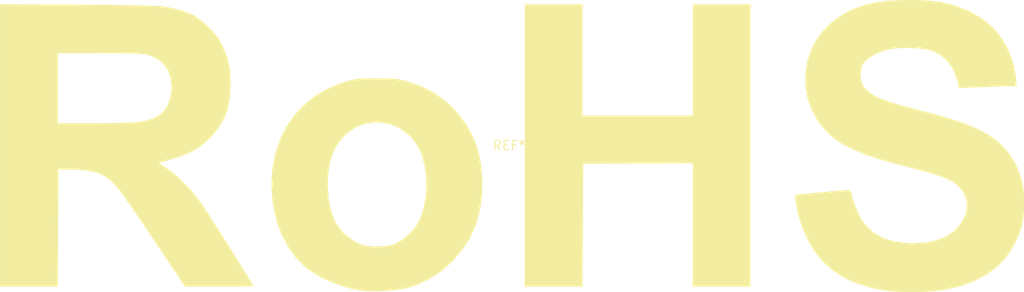
<source format=kicad_pcb>
(kicad_pcb (version 20240108) (generator pcbnew)
  (layers (0 "F.Cu" signal) (31 "B.Cu" signal) (34 "B.Paste" user) (35 "F.Paste" user) (36 "B.SilkS" user "B.Silkscreen") (37 "F.SilkS" user "F.Silkscreen") (38 "B.Mask" user) (39 "F.Mask" user) (44 "Edge.Cuts" user))
  (net 0 "")
  (footprint "RoHS-Logo_40mm_SilkScreen" (layer "F.Cu") (at 0 0)
    (property "Reference" "REF**")
    (property "Value" "RoHS-Logo_40mm_SilkScreen")
    (fp_poly (pts (xy 9.525 -4.082142) (xy 24.492857 -4.082142) (xy 24.492857 -19.20119) (xy 32.354761 -19.20119) (xy 32.354761 19.201191) (xy 24.492857 19.201191) (xy 24.492857 2.416199) (xy 9.600595 2.494643) (xy 9.522439 19.201191) (xy 1.663095 19.201191) (xy 1.663095 -19.20119) (xy 9.525 -19.20119) (xy 9.525 -4.082142)) (layer "F.SilkS") (stroke (width 0.01)) (fill solid))
    (fp_poly (pts (xy -18.445239 -9.132406) (xy -17.435782 -9.125462) (xy -16.657887 -9.105697) (xy -16.040793 -9.066266) (xy -15.513741 -9.000323) (xy -15.00597 -8.901022) (xy -14.44672 -8.761518) (xy -14.353482 -8.736557) (xy -12.419126 -8.064996) (xy -10.63539 -7.140142) (xy -9.022169 -5.978576) (xy -7.599361 -4.596883) (xy -6.386859 -3.011643) (xy -5.433758 -1.302149) (xy -4.879789 0.057338) (xy -4.488874 1.453086) (xy -4.241677 2.970641) (xy -4.12762 4.475963) (xy -4.147022 6.701488) (xy -4.411555 8.757943) (xy -4.926838 10.660833) (xy -5.698488 12.425661) (xy -6.732123 14.06793) (xy -8.03336 15.603144) (xy -8.233039 15.806247) (xy -9.70863 17.110002) (xy -11.27259 18.144311) (xy -12.976868 18.939909) (xy -14.238157 19.359026) (xy -15.026633 19.531083) (xy -16.02492 19.669824) (xy -17.141655 19.768926) (xy -18.285475 19.822067) (xy -19.365017 19.822923) (xy -20.216413 19.772746) (xy -21.794312 19.512658) (xy -23.421177 19.058559) (xy -25.016548 18.442842) (xy -26.499968 17.697901) (xy -27.790975 16.856128) (xy -28.134243 16.584983) (xy -29.425344 15.318923) (xy -30.523737 13.833588) (xy -31.417956 12.151745) (xy -32.096538 10.296159) (xy -32.54802 8.289598) (xy -32.640731 7.635119) (xy -32.791121 5.346173) (xy -32.78813 5.291667) (xy -25.131988 5.291667) (xy -25.040469 7.093156) (xy -24.748755 8.674937) (xy -24.251857 10.048229) (xy -23.544787 11.224255) (xy -22.622556 12.214235) (xy -21.771259 12.8513) (xy -21.063286 13.260147) (xy -20.397349 13.525885) (xy -19.67867 13.671502) (xy -18.812472 13.719985) (xy -18.218453 13.713027) (xy -17.440592 13.678135) (xy -16.864524 13.611078) (xy -16.389965 13.493244) (xy -15.91663 13.306019) (xy -15.842031 13.271954) (xy -14.946737 12.739826) (xy -14.068539 12.00813) (xy -13.309229 11.167573) (xy -13.020297 10.757446) (xy -12.511365 9.745514) (xy -12.117017 8.522176) (xy -11.850586 7.160951) (xy -11.725408 5.735359) (xy -11.754818 4.31892) (xy -11.788743 3.967278) (xy -12.035531 2.435276) (xy -12.410608 1.141614) (xy -12.93208 0.043041) (xy -13.618055 -0.903696) (xy -13.994017 -1.300301) (xy -15.066016 -2.151691) (xy -16.24435 -2.742333) (xy -17.489289 -3.072237) (xy -18.761102 -3.141412) (xy -20.02006 -2.949869) (xy -21.226432 -2.497616) (xy -22.340486 -1.784663) (xy -22.882897 -1.298116) (xy -23.71077 -0.313391) (xy -24.33781 0.792385) (xy -24.775753 2.053596) (xy -25.036334 3.504627) (xy -25.131289 5.179866) (xy -25.131988 5.291667) (xy -32.78813 5.291667) (xy -32.671373 3.164475) (xy -32.285002 1.100874) (xy -31.635524 -0.83378) (xy -30.726455 -2.628637) (xy -29.561311 -4.272848) (xy -28.369047 -5.546884) (xy -26.922072 -6.715735) (xy -25.268487 -7.694063) (xy -23.455282 -8.456034) (xy -22.589857 -8.724201) (xy -22.012456 -8.877543) (xy -21.51505 -8.987582) (xy -21.027446 -9.061232) (xy -20.479453 -9.105405) (xy -19.800877 -9.127016) (xy -18.921527 -9.132978) (xy -18.445239 -9.132406)) (layer "F.SilkS") (stroke (width 0.01)) (fill solid))
    (fp_poly (pts (xy -59.077679 -19.153026) (xy -56.702695 -19.134901) (xy -54.580888 -19.113468) (xy -52.719031 -19.088868) (xy -51.123893 -19.06124) (xy -49.802246 -19.030725) (xy -48.760859 -18.997464) (xy -48.006503 -18.961596) (xy -47.545949 -18.923262) (xy -47.47381 -18.912674) (xy -46.070462 -18.638506) (xy -44.909375 -18.333756) (xy -43.930444 -17.970911) (xy -43.073566 -17.522456) (xy -42.278634 -16.960878) (xy -41.485545 -16.258663) (xy -41.317336 -16.094447) (xy -40.680726 -15.43663) (xy -40.210616 -14.870779) (xy -39.836333 -14.301289) (xy -39.487202 -13.632555) (xy -39.468434 -13.593321) (xy -39.00753 -12.555036) (xy -38.685803 -11.629207) (xy -38.481485 -10.715677) (xy -38.372806 -9.714293) (xy -38.337999 -8.524898) (xy -38.337743 -8.391071) (xy -38.417066 -6.698044) (xy -38.667594 -5.217143) (xy -39.108166 -3.899306) (xy -39.757622 -2.695471) (xy -40.634802 -1.556578) (xy -41.185256 -0.975649) (xy -41.923842 -0.289611) (xy -42.663363 0.283081) (xy -43.457192 0.768938) (xy -44.358702 1.194469) (xy -45.421267 1.586186) (xy -46.698259 1.970598) (xy -47.603812 2.212439) (xy -48.11179 2.343453) (xy -46.99905 3.097208) (xy -45.867033 3.966691) (xy -44.7 5.049572) (xy -43.567237 6.27543) (xy -42.53803 7.573839) (xy -42.385691 7.78631) (xy -42.125744 8.167659) (xy -41.748252 8.739634) (xy -41.273178 9.470597) (xy -40.720487 10.328911) (xy -40.110141 11.282939) (xy -39.462105 12.301044) (xy -38.796344 13.351589) (xy -38.13282 14.402937) (xy -37.491497 15.423451) (xy -36.89234 16.381493) (xy -36.355312 17.245427) (xy -35.900377 17.983616) (xy -35.547499 18.564422) (xy -35.316642 18.956209) (xy -35.227769 19.127339) (xy -35.227381 19.130205) (xy -35.372495 19.147758) (xy -35.78353 19.163731) (xy -36.42403 19.17757) (xy -37.257538 19.18872) (xy -38.247596 19.196626) (xy -39.357747 19.200731) (xy -39.887917 19.201191) (xy -44.548452 19.201191) (xy -48.410551 13.418155) (xy -49.243232 12.176153) (xy -50.062105 10.963825) (xy -50.844183 9.814577) (xy -51.566478 8.761811) (xy -52.206001 7.838934) (xy -52.739766 7.079348) (xy -53.144784 6.516459) (xy -53.330388 6.268948) (xy -54.131519 5.313698) (xy -54.910707 4.576777) (xy -55.723798 4.032567) (xy -56.626637 3.655447) (xy -57.675071 3.419797) (xy -58.924945 3.299998) (xy -59.862634 3.272221) (xy -61.76131 3.250596) (xy -61.800444 11.225893) (xy -61.839579 19.201191) (xy -69.69881 19.201191) (xy -69.69881 -12.548809) (xy -61.836905 -12.548809) (xy -61.836905 -3.023809) (xy -57.112203 -3.02505) (xy -55.872117 -3.030315) (xy -54.664544 -3.044603) (xy -53.540494 -3.066626) (xy -52.550978 -3.095095) (xy -51.747008 -3.128724) (xy -51.179593 -3.166225) (xy -51.066485 -3.177651) (xy -49.875864 -3.366558) (xy -48.930573 -3.641995) (xy -48.18093 -4.024153) (xy -47.577251 -4.533221) (xy -47.486871 -4.632355) (xy -46.867742 -5.549095) (xy -46.498748 -6.615784) (xy -46.373861 -7.850321) (xy -46.374054 -7.9375) (xy -46.503 -9.17288) (xy -46.86894 -10.220535) (xy -47.472588 -11.081433) (xy -48.31466 -11.756545) (xy -49.395869 -12.246841) (xy -49.594724 -12.309278) (xy -49.852064 -12.372939) (xy -50.173437 -12.424636) (xy -50.59031 -12.465522) (xy -51.134152 -12.496754) (xy -51.836429 -12.519487) (xy -52.728608 -12.534876) (xy -53.842158 -12.544076) (xy -55.208544 -12.548243) (xy -56.119108 -12.548809) (xy -61.836905 -12.548809) (xy -69.69881 -12.548809) (xy -69.69881 -19.222825) (xy -59.077679 -19.153026)) (layer "F.SilkS") (stroke (width 0.01)) (fill solid))
    (fp_poly (pts (xy 56.57755 -19.700083) (xy 58.106374 -19.516683) (xy 59.506633 -19.22042) (xy 60.832226 -18.801924) (xy 62.13705 -18.251825) (xy 62.424708 -18.113181) (xy 63.982054 -17.191243) (xy 65.315832 -16.066978) (xy 66.428879 -14.737095) (xy 67.324036 -13.198303) (xy 67.902182 -11.764248) (xy 68.146656 -10.910965) (xy 68.337966 -10.00936) (xy 68.43778 -9.262197) (xy 68.528274 -8.08869) (xy 68.093006 -8.080492) (xy 67.819486 -8.072886) (xy 67.293273 -8.056095) (xy 66.563863 -8.031783) (xy 65.68075 -8.00161) (xy 64.693428 -7.967237) (xy 64.180357 -7.949145) (xy 60.702976 -7.825995) (xy 60.42788 -8.895107) (xy 59.963919 -10.180032) (xy 59.291608 -11.253474) (xy 58.419136 -12.106357) (xy 57.354695 -12.729605) (xy 56.772023 -12.946394) (xy 56.07215 -13.10003) (xy 55.165763 -13.206298) (xy 54.145383 -13.262691) (xy 53.103531 -13.266704) (xy 52.132729 -13.215829) (xy 51.325497 -13.107562) (xy 51.266839 -13.095515) (xy 50.092232 -12.757711) (xy 49.068874 -12.287591) (xy 48.2417 -11.712133) (xy 47.655644 -11.058316) (xy 47.535907 -10.855424) (xy 47.383027 -10.346502) (xy 47.330207 -9.68361) (xy 47.377935 -8.998293) (xy 47.526697 -8.422097) (xy 47.526884 -8.421651) (xy 47.766451 -8.025953) (xy 48.135751 -7.591156) (xy 48.316047 -7.419228) (xy 48.712492 -7.105117) (xy 49.174763 -6.811406) (xy 49.732625 -6.527328) (xy 50.415849 -6.242119) (xy 51.254202 -5.945014) (xy 52.277453 -5.625248) (xy 53.515369 -5.272056) (xy 54.997719 -4.874671) (xy 56.242857 -4.552646) (xy 58.335161 -3.991353) (xy 60.154526 -3.442778) (xy 61.729187 -2.892681) (xy 63.087381 -2.326819) (xy 64.257343 -1.73095) (xy 65.267312 -1.090831) (xy 66.145522 -0.392221) (xy 66.920211 0.379123) (xy 67.557647 1.154444) (xy 68.283384 2.303121) (xy 68.883467 3.618653) (xy 69.302652 4.973825) (xy 69.382704 5.357232) (xy 69.500352 6.300729) (xy 69.550321 7.404572) (xy 69.535089 8.564486) (xy 69.457132 9.676197) (xy 69.318927 10.63543) (xy 69.250003 10.942677) (xy 68.820526 12.218144) (xy 68.194072 13.534759) (xy 67.430891 14.774715) (xy 66.988691 15.36409) (xy 65.820463 16.569388) (xy 64.414212 17.601109) (xy 62.783962 18.452721) (xy 60.943742 19.117693) (xy 58.907579 19.589494) (xy 57.484249 19.789633) (xy 56.309549 19.882184) (xy 55.000148 19.928706) (xy 53.650751 19.930027) (xy 52.35606 19.886973) (xy 51.210779 19.800369) (xy 50.648809 19.729986) (xy 48.582274 19.324933) (xy 46.75254 18.763009) (xy 45.129745 18.029907) (xy 43.684028 17.111323) (xy 42.385527 15.99295) (xy 41.986937 15.580522) (xy 41.010526 14.343506) (xy 40.143798 12.884966) (xy 39.417529 11.275282) (xy 38.8625 9.584835) (xy 38.509488 7.884005) (xy 38.462712 7.521727) (xy 38.413943 7.034009) (xy 38.425042 6.774408) (xy 38.517512 6.671105) (xy 38.712857 6.652279) (xy 38.72303 6.652267) (xy 38.978918 6.638014) (xy 39.484194 6.598309) (xy 40.187353 6.537627) (xy 41.036887 6.46044) (xy 41.981288 6.371223) (xy 42.182142 6.351833) (xy 43.341976 6.239194) (xy 44.236161 6.154757) (xy 44.900205 6.09955) (xy 45.369618 6.074598) (xy 45.679906 6.080925) (xy 45.866579 6.119559) (xy 45.965144 6.191523) (xy 46.01111 6.297844) (xy 46.039986 6.439547) (xy 46.044926 6.463393) (xy 46.252684 7.231679) (xy 46.558891 8.117542) (xy 46.916641 9.000097) (xy 47.279028 9.758462) (xy 47.421622 10.011346) (xy 48.245879 11.092789) (xy 49.282778 11.963165) (xy 50.525247 12.619155) (xy 51.96621 13.057439) (xy 53.598595 13.274698) (xy 54.428571 13.299512) (xy 56.114545 13.202061) (xy 57.582189 12.906594) (xy 58.845662 12.408441) (xy 59.919126 11.702933) (xy 60.295393 11.364648) (xy 61.045977 10.461548) (xy 61.537731 9.496883) (xy 61.766773 8.50724) (xy 61.729219 7.529204) (xy 61.421187 6.599362) (xy 60.885265 5.806166) (xy 60.548118 5.462436) (xy 60.154795 5.147483) (xy 59.677531 4.850796) (xy 59.088563 4.561866) (xy 58.360128 4.270182) (xy 57.464461 3.965235) (xy 56.373799 3.636513) (xy 55.060378 3.273507) (xy 53.496436 2.865707) (xy 52.357784 2.577997) (xy 50.009826 1.930595) (xy 47.947369 1.236063) (xy 46.174106 0.495906) (xy 44.693727 -0.288368) (xy 43.721248 -0.947715) (xy 42.463859 -2.095272) (xy 41.438562 -3.410764) (xy 40.652224 -4.86036) (xy 40.111713 -6.410232) (xy 39.823897 -8.02655) (xy 39.795644 -9.675486) (xy 40.033822 -11.323211) (xy 40.545297 -12.935894) (xy 41.067139 -14.021336) (xy 41.899232 -15.246155) (xy 42.970194 -16.389978) (xy 44.217728 -17.398904) (xy 45.579539 -18.219034) (xy 46.29814 -18.5473) (xy 47.40903 -18.962541) (xy 48.479347 -19.275453) (xy 49.585674 -19.500131) (xy 50.804595 -19.650668) (xy 52.212691 -19.74116) (xy 52.918612 -19.765774) (xy 54.866262 -19.77999) (xy 56.57755 -19.700083)) (layer "F.SilkS") (stroke (width 0.01)) (fill solid))
  )
)
</source>
